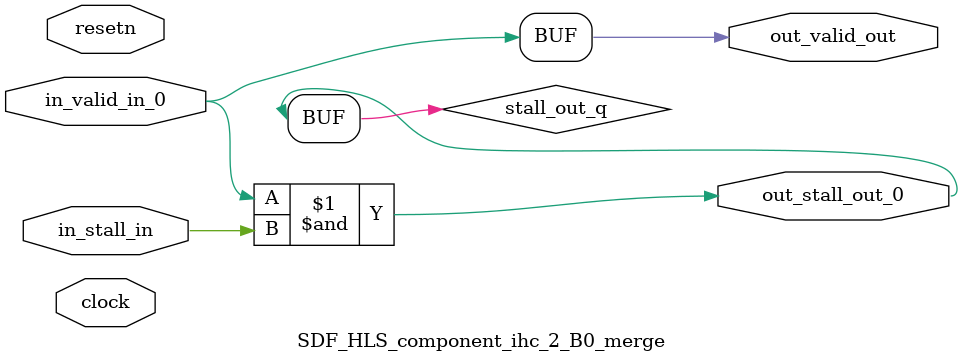
<source format=sv>



(* altera_attribute = "-name AUTO_SHIFT_REGISTER_RECOGNITION OFF; -name MESSAGE_DISABLE 10036; -name MESSAGE_DISABLE 10037; -name MESSAGE_DISABLE 14130; -name MESSAGE_DISABLE 14320; -name MESSAGE_DISABLE 15400; -name MESSAGE_DISABLE 14130; -name MESSAGE_DISABLE 10036; -name MESSAGE_DISABLE 12020; -name MESSAGE_DISABLE 12030; -name MESSAGE_DISABLE 12010; -name MESSAGE_DISABLE 12110; -name MESSAGE_DISABLE 14320; -name MESSAGE_DISABLE 13410; -name MESSAGE_DISABLE 113007; -name MESSAGE_DISABLE 10958" *)
module SDF_HLS_component_ihc_2_B0_merge (
    input wire [0:0] in_stall_in,
    input wire [0:0] in_valid_in_0,
    output wire [0:0] out_stall_out_0,
    output wire [0:0] out_valid_out,
    input wire clock,
    input wire resetn
    );

    wire [0:0] stall_out_q;


    // stall_out(LOGICAL,6)
    assign stall_out_q = in_valid_in_0 & in_stall_in;

    // out_stall_out_0(GPOUT,4)
    assign out_stall_out_0 = stall_out_q;

    // out_valid_out(GPOUT,5)
    assign out_valid_out = in_valid_in_0;

endmodule

</source>
